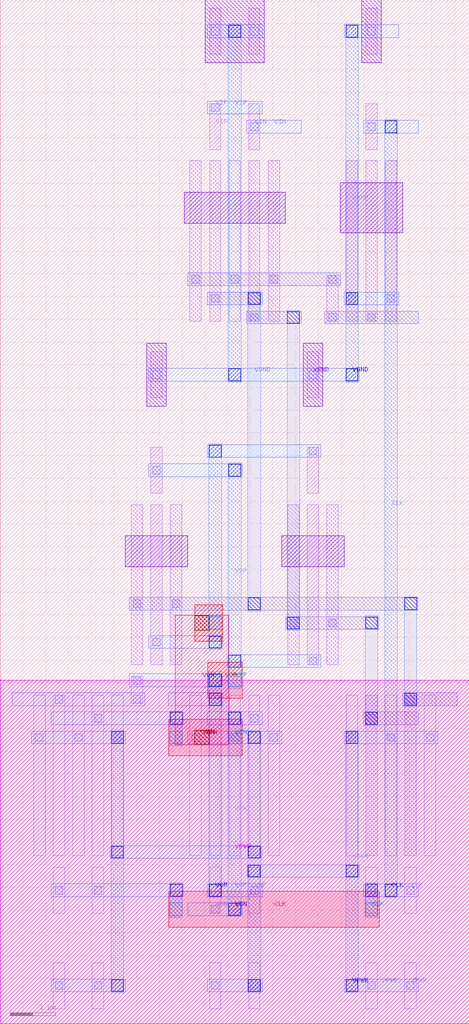
<source format=lef>
VERSION 5.7 ;
  NOWIREEXTENSIONATPIN ON ;
  DIVIDERCHAR "/" ;
  BUSBITCHARS "[]" ;
MACRO CCP_PMOS_58853955_X1_Y1_1653158392
  CLASS BLOCK ;
  FOREIGN CCP_PMOS_58853955_X1_Y1_1653158392 ;
  ORIGIN 0.000 0.000 ;
  SIZE 3.440 BY 7.560 ;
  OBS
      LAYER nwell ;
        RECT 0.000 0.000 3.440 7.560 ;
      LAYER li1 ;
        RECT 1.165 6.215 1.415 7.225 ;
        RECT 2.025 6.215 2.275 7.225 ;
        RECT 1.165 4.115 1.415 5.125 ;
        RECT 2.025 4.115 2.275 5.125 ;
        RECT 0.735 0.335 0.985 3.865 ;
        RECT 1.165 0.335 1.415 3.865 ;
        RECT 1.595 0.335 1.845 3.865 ;
        RECT 2.025 0.335 2.275 3.865 ;
        RECT 2.455 0.335 2.705 3.865 ;
      LAYER mcon ;
        RECT 1.205 6.635 1.375 6.805 ;
        RECT 2.065 6.635 2.235 6.805 ;
        RECT 1.205 4.955 1.375 5.125 ;
        RECT 2.065 4.535 2.235 4.705 ;
        RECT 0.775 1.175 0.945 1.345 ;
        RECT 1.205 0.335 1.375 0.505 ;
        RECT 1.635 1.175 1.805 1.345 ;
        RECT 2.065 0.755 2.235 0.925 ;
        RECT 2.495 1.175 2.665 1.345 ;
      LAYER met1 ;
        RECT 1.120 6.580 2.320 6.860 ;
        RECT 0.690 4.900 1.890 5.180 ;
        RECT 1.120 4.480 2.320 4.760 ;
        RECT 0.690 1.120 2.750 1.400 ;
        RECT 1.120 0.700 2.320 0.980 ;
        RECT 0.260 0.280 1.460 0.560 ;
      LAYER via ;
        RECT 2.020 6.590 2.280 6.850 ;
        RECT 1.590 4.910 1.850 5.170 ;
        RECT 1.160 4.490 1.420 4.750 ;
        RECT 2.020 1.130 2.280 1.390 ;
        RECT 1.590 0.710 1.850 0.970 ;
        RECT 1.160 0.290 1.420 0.550 ;
      LAYER met2 ;
        RECT 1.150 0.260 1.430 4.780 ;
        RECT 1.580 0.680 1.860 5.200 ;
        RECT 2.010 1.100 2.290 6.880 ;
  END
END CCP_PMOS_58853955_X1_Y1_1653158392
MACRO CMC_PMOS_23131506_X1_Y1_1653158394
  CLASS BLOCK ;
  FOREIGN CMC_PMOS_23131506_X1_Y1_1653158394 ;
  ORIGIN 0.000 0.000 ;
  SIZE 3.440 BY 7.560 ;
  OBS
      LAYER nwell ;
        RECT 0.000 0.000 3.440 7.560 ;
      LAYER li1 ;
        RECT 1.165 6.215 1.415 7.225 ;
        RECT 2.025 6.215 2.275 7.225 ;
        RECT 1.165 4.115 1.415 5.125 ;
        RECT 2.025 4.115 2.275 5.125 ;
        RECT 0.735 0.335 0.985 3.865 ;
        RECT 1.165 0.335 1.415 3.865 ;
        RECT 1.595 0.335 1.845 3.865 ;
        RECT 2.025 0.335 2.275 3.865 ;
        RECT 2.455 0.335 2.705 3.865 ;
      LAYER mcon ;
        RECT 1.205 6.635 1.375 6.805 ;
        RECT 2.065 6.635 2.235 6.805 ;
        RECT 1.205 4.535 1.375 4.705 ;
        RECT 2.065 4.535 2.235 4.705 ;
        RECT 0.775 1.175 0.945 1.345 ;
        RECT 1.205 0.335 1.375 0.505 ;
        RECT 1.635 1.175 1.805 1.345 ;
        RECT 2.065 0.755 2.235 0.925 ;
        RECT 2.495 1.175 2.665 1.345 ;
      LAYER met1 ;
        RECT 1.120 6.580 2.750 6.860 ;
        RECT 1.120 4.480 2.320 4.760 ;
        RECT 0.690 1.120 2.750 1.400 ;
        RECT 1.120 0.700 2.320 0.980 ;
        RECT 0.260 0.280 1.460 0.560 ;
      LAYER via ;
        RECT 2.450 6.590 2.710 6.850 ;
        RECT 2.450 1.130 2.710 1.390 ;
      LAYER met2 ;
        RECT 2.440 1.100 2.720 6.880 ;
  END
END CMC_PMOS_23131506_X1_Y1_1653158394
MACRO CCP_S_NMOS_B_5782581_X1_Y1_1653158393
  CLASS BLOCK ;
  FOREIGN CCP_S_NMOS_B_5782581_X1_Y1_1653158393 ;
  ORIGIN -0.605 -0.260 ;
  SIZE 4.810 BY 7.150 ;
  OBS
      LAYER pwell ;
        RECT 1.075 6.030 1.505 7.410 ;
        RECT 4.515 6.030 4.945 7.410 ;
        RECT 0.605 2.495 1.975 3.175 ;
        RECT 4.045 2.495 5.415 3.175 ;
      LAYER li1 ;
        RECT 1.165 6.215 1.415 7.225 ;
        RECT 4.605 6.215 4.855 7.225 ;
        RECT 1.165 4.115 1.415 5.125 ;
        RECT 4.605 4.115 4.855 5.125 ;
        RECT 0.735 0.335 0.985 3.865 ;
        RECT 1.165 0.335 1.415 3.865 ;
        RECT 1.595 0.335 1.845 3.865 ;
        RECT 4.175 0.335 4.425 3.865 ;
        RECT 4.605 0.335 4.855 3.865 ;
        RECT 5.035 0.335 5.285 3.865 ;
      LAYER mcon ;
        RECT 1.205 6.635 1.375 6.805 ;
        RECT 4.645 6.635 4.815 6.805 ;
        RECT 1.205 4.955 1.375 5.125 ;
        RECT 4.645 4.535 4.815 4.705 ;
        RECT 0.775 1.175 0.945 1.345 ;
        RECT 1.205 0.335 1.375 0.505 ;
        RECT 1.635 1.175 1.805 1.345 ;
        RECT 4.215 1.595 4.385 1.765 ;
        RECT 4.645 0.755 4.815 0.925 ;
        RECT 5.075 1.595 5.245 1.765 ;
      LAYER met1 ;
        RECT 1.120 6.580 4.900 6.860 ;
        RECT 1.120 4.900 3.610 5.180 ;
        RECT 2.840 4.480 4.900 4.760 ;
        RECT 4.130 1.540 5.330 1.820 ;
        RECT 0.690 1.120 1.890 1.400 ;
        RECT 3.270 0.700 4.900 0.980 ;
        RECT 1.120 0.280 3.180 0.560 ;
      LAYER via ;
        RECT 3.310 4.910 3.570 5.170 ;
        RECT 2.880 4.490 3.140 4.750 ;
        RECT 3.310 0.710 3.570 0.970 ;
        RECT 2.880 0.290 3.140 0.550 ;
      LAYER met2 ;
        RECT 2.870 0.260 3.150 4.780 ;
        RECT 3.300 0.680 3.580 5.200 ;
  END
END CCP_S_NMOS_B_5782581_X1_Y1_1653158393
MACRO DP_NMOS_B_93310865_X1_Y1_1653158395
  CLASS BLOCK ;
  FOREIGN DP_NMOS_B_93310865_X1_Y1_1653158395 ;
  ORIGIN -0.260 -0.280 ;
  SIZE 2.575 BY 7.130 ;
  OBS
      LAYER pwell ;
        RECT 1.075 6.030 2.365 7.410 ;
        RECT 0.605 2.495 2.835 3.175 ;
      LAYER li1 ;
        RECT 1.165 6.215 1.415 7.225 ;
        RECT 2.025 6.215 2.275 7.225 ;
        RECT 1.165 4.115 1.415 5.125 ;
        RECT 2.025 4.115 2.275 5.125 ;
        RECT 0.735 0.335 0.985 3.865 ;
        RECT 1.165 0.335 1.415 3.865 ;
        RECT 1.595 0.335 1.845 3.865 ;
        RECT 2.025 0.335 2.275 3.865 ;
        RECT 2.455 0.335 2.705 3.865 ;
      LAYER mcon ;
        RECT 1.205 6.635 1.375 6.805 ;
        RECT 2.065 6.635 2.235 6.805 ;
        RECT 1.205 4.535 1.375 4.705 ;
        RECT 2.065 4.955 2.235 5.125 ;
        RECT 0.775 1.175 0.945 1.345 ;
        RECT 1.205 0.335 1.375 0.505 ;
        RECT 1.635 1.175 1.805 1.345 ;
        RECT 2.065 0.755 2.235 0.925 ;
        RECT 2.495 1.175 2.665 1.345 ;
      LAYER met1 ;
        RECT 1.120 6.580 2.320 6.860 ;
        RECT 1.120 4.900 2.320 5.180 ;
        RECT 0.260 4.480 1.460 4.760 ;
        RECT 0.690 1.120 2.750 1.400 ;
        RECT 1.120 0.700 2.320 0.980 ;
        RECT 0.260 0.280 1.460 0.560 ;
  END
END DP_NMOS_B_93310865_X1_Y1_1653158395
MACRO NMOS_S_93862694_X1_Y1_1653158396
  CLASS BLOCK ;
  FOREIGN NMOS_S_93862694_X1_Y1_1653158396 ;
  ORIGIN -0.260 -0.280 ;
  SIZE 1.715 BY 7.130 ;
  OBS
      LAYER pwell ;
        RECT 1.075 6.030 1.505 7.410 ;
        RECT 0.605 2.285 1.975 3.385 ;
      LAYER li1 ;
        RECT 1.165 6.215 1.415 7.225 ;
        RECT 1.165 4.115 1.415 5.125 ;
        RECT 0.735 0.335 0.985 3.865 ;
        RECT 1.165 0.335 1.415 3.865 ;
        RECT 1.595 0.335 1.845 3.865 ;
      LAYER mcon ;
        RECT 1.205 6.635 1.375 6.805 ;
        RECT 1.205 4.535 1.375 4.705 ;
        RECT 0.775 0.755 0.945 0.925 ;
        RECT 1.205 0.335 1.375 0.505 ;
        RECT 1.635 0.755 1.805 0.925 ;
      LAYER met1 ;
        RECT 0.690 6.580 1.890 6.860 ;
        RECT 0.260 4.480 1.460 4.760 ;
        RECT 0.690 0.700 1.890 0.980 ;
        RECT 0.260 0.280 1.460 0.560 ;
      LAYER via ;
        RECT 1.590 6.590 1.850 6.850 ;
        RECT 1.590 0.710 1.850 0.970 ;
      LAYER met2 ;
        RECT 1.580 0.680 1.860 6.880 ;
  END
END NMOS_S_93862694_X1_Y1_1653158396
MACRO DCDC_COMP
  CLASS BLOCK ;
  FOREIGN DCDC_COMP ;
  ORIGIN 0.000 0.000 ;
  SIZE 10.320 BY 22.530 ;
  PIN VOP
    ANTENNAGATEAREA 0.252000 ;
    ANTENNADIFFAREA 0.352800 ;
    PORT
      LAYER li1 ;
        RECT 3.315 11.675 3.565 12.685 ;
        RECT 6.755 7.895 7.005 11.425 ;
        RECT 1.165 3.695 1.415 7.225 ;
        RECT 2.885 7.055 3.135 7.645 ;
        RECT 4.605 3.695 4.855 7.225 ;
        RECT 5.465 2.435 5.715 3.445 ;
      LAYER mcon ;
        RECT 3.355 12.095 3.525 12.265 ;
        RECT 6.795 7.895 6.965 8.065 ;
        RECT 2.925 7.475 3.095 7.645 ;
        RECT 1.205 7.055 1.375 7.225 ;
        RECT 2.925 7.055 3.095 7.225 ;
        RECT 4.645 7.055 4.815 7.225 ;
        RECT 5.505 2.855 5.675 3.025 ;
      LAYER met1 ;
        RECT 3.270 12.040 5.330 12.320 ;
        RECT 4.990 7.840 7.050 8.120 ;
        RECT 2.840 7.420 4.890 7.700 ;
        RECT 0.260 7.000 3.180 7.280 ;
        RECT 3.700 7.000 4.900 7.280 ;
        RECT 4.560 2.800 5.760 3.080 ;
      LAYER via ;
        RECT 5.030 12.050 5.290 12.310 ;
        RECT 5.030 7.850 5.290 8.110 ;
        RECT 4.600 7.430 4.860 7.690 ;
        RECT 4.600 7.010 4.860 7.270 ;
        RECT 4.600 2.810 4.860 3.070 ;
      LAYER met2 ;
        RECT 4.590 2.780 4.870 7.745 ;
        RECT 5.020 7.375 5.300 12.340 ;
      LAYER via2 ;
        RECT 4.590 7.420 4.870 7.700 ;
        RECT 5.020 7.420 5.300 7.700 ;
      LAYER met3 ;
        RECT 4.565 7.160 5.325 7.960 ;
    END
  END VOP
  PIN VON
    ANTENNAGATEAREA 0.252000 ;
    ANTENNADIFFAREA 0.352800 ;
    PORT
      LAYER li1 ;
        RECT 6.755 11.675 7.005 12.685 ;
        RECT 3.315 7.895 3.565 11.425 ;
        RECT 2.025 3.695 2.275 7.225 ;
        RECT 5.465 3.695 5.715 7.225 ;
        RECT 4.605 2.435 4.855 3.445 ;
      LAYER mcon ;
        RECT 6.795 12.515 6.965 12.685 ;
        RECT 3.355 8.315 3.525 8.485 ;
        RECT 2.065 6.635 2.235 6.805 ;
        RECT 5.505 6.635 5.675 6.805 ;
        RECT 4.645 2.435 4.815 2.605 ;
      LAYER met1 ;
        RECT 4.560 12.460 7.050 12.740 ;
        RECT 3.270 8.260 4.900 8.540 ;
        RECT 1.120 6.580 4.030 6.860 ;
        RECT 4.560 6.580 5.760 6.860 ;
        RECT 4.130 2.380 5.330 2.660 ;
      LAYER via ;
        RECT 4.600 12.470 4.860 12.730 ;
        RECT 4.600 8.270 4.860 8.530 ;
        RECT 3.740 6.590 4.000 6.850 ;
        RECT 5.030 6.590 5.290 6.850 ;
        RECT 5.030 2.390 5.290 2.650 ;
      LAYER met2 ;
        RECT 4.590 8.240 4.870 12.760 ;
        RECT 3.730 6.115 4.010 6.880 ;
        RECT 5.020 2.360 5.300 6.880 ;
      LAYER via2 ;
        RECT 4.590 8.680 4.870 8.960 ;
        RECT 3.730 6.160 4.010 6.440 ;
        RECT 5.020 6.160 5.300 6.440 ;
      LAYER met3 ;
        RECT 4.275 8.420 4.895 9.220 ;
        RECT 3.705 5.900 5.325 6.700 ;
      LAYER via3 ;
        RECT 4.280 8.660 4.600 8.980 ;
        RECT 4.280 6.140 4.600 6.460 ;
      LAYER met4 ;
        RECT 3.850 6.135 5.030 8.985 ;
    END
  END VON
  PIN VPWR
    USE POWER ;
    PORT
      LAYER nwell ;
        RECT 0.000 0.000 10.320 7.560 ;
      LAYER li1 ;
        RECT 0.735 3.695 0.985 7.225 ;
        RECT 1.595 3.695 1.845 7.225 ;
        RECT 2.455 3.695 2.705 7.225 ;
        RECT 4.175 3.695 4.425 7.225 ;
        RECT 5.035 3.695 5.285 7.225 ;
        RECT 5.895 3.695 6.145 7.225 ;
        RECT 7.615 3.695 7.865 7.225 ;
        RECT 8.475 3.695 8.725 7.225 ;
        RECT 9.335 3.695 9.585 7.225 ;
        RECT 1.165 0.335 1.415 1.345 ;
        RECT 2.025 0.335 2.275 1.345 ;
        RECT 4.605 0.335 4.855 1.345 ;
        RECT 5.465 0.335 5.715 1.345 ;
        RECT 8.045 0.335 8.295 1.345 ;
        RECT 8.905 0.335 9.155 1.345 ;
      LAYER mcon ;
        RECT 0.775 6.215 0.945 6.385 ;
        RECT 1.635 6.215 1.805 6.385 ;
        RECT 2.495 6.215 2.665 6.385 ;
        RECT 4.215 6.215 4.385 6.385 ;
        RECT 5.075 6.215 5.245 6.385 ;
        RECT 5.935 6.215 6.105 6.385 ;
        RECT 7.655 6.215 7.825 6.385 ;
        RECT 8.515 6.215 8.685 6.385 ;
        RECT 9.375 6.215 9.545 6.385 ;
        RECT 1.205 0.755 1.375 0.925 ;
        RECT 2.065 0.755 2.235 0.925 ;
        RECT 4.645 0.755 4.815 0.925 ;
        RECT 5.505 0.755 5.675 0.925 ;
        RECT 8.085 0.755 8.255 0.925 ;
        RECT 8.945 0.755 9.115 0.925 ;
      LAYER met1 ;
        RECT 0.690 6.160 2.750 6.440 ;
        RECT 4.130 6.160 6.190 6.440 ;
        RECT 7.570 6.160 9.630 6.440 ;
        RECT 2.420 3.640 5.750 3.920 ;
        RECT 5.430 3.220 7.900 3.500 ;
        RECT 1.120 0.700 2.750 0.980 ;
        RECT 4.560 0.700 5.760 0.980 ;
        RECT 7.570 0.700 9.200 0.980 ;
      LAYER via ;
        RECT 2.450 6.170 2.710 6.430 ;
        RECT 5.460 6.170 5.720 6.430 ;
        RECT 7.610 6.170 7.870 6.430 ;
        RECT 2.450 3.650 2.710 3.910 ;
        RECT 5.460 3.650 5.720 3.910 ;
        RECT 5.460 3.230 5.720 3.490 ;
        RECT 7.610 3.230 7.870 3.490 ;
        RECT 2.450 0.710 2.710 0.970 ;
        RECT 5.460 0.710 5.720 0.970 ;
        RECT 7.610 0.710 7.870 0.970 ;
      LAYER met2 ;
        RECT 2.440 0.680 2.720 6.460 ;
        RECT 5.450 0.680 5.730 6.460 ;
        RECT 7.600 0.680 7.880 6.460 ;
    END
  END VPWR
  PIN CLK
    ANTENNAGATEAREA 0.756000 ;
    PORT
      LAYER li1 ;
        RECT 8.045 19.235 8.295 20.245 ;
        RECT 1.165 2.435 1.415 3.445 ;
        RECT 2.025 2.435 2.275 3.445 ;
        RECT 8.045 2.435 8.295 3.445 ;
        RECT 8.905 2.435 9.155 3.445 ;
      LAYER mcon ;
        RECT 8.085 19.655 8.255 19.825 ;
        RECT 1.205 2.855 1.375 3.025 ;
        RECT 2.065 2.855 2.235 3.025 ;
        RECT 8.085 2.855 8.255 3.025 ;
        RECT 8.945 2.855 9.115 3.025 ;
      LAYER met1 ;
        RECT 8.000 19.600 9.200 19.880 ;
        RECT 1.120 2.800 4.030 3.080 ;
        RECT 8.000 2.800 9.200 3.080 ;
      LAYER via ;
        RECT 8.470 19.610 8.730 19.870 ;
        RECT 3.740 2.810 4.000 3.070 ;
        RECT 8.040 2.810 8.300 3.070 ;
        RECT 8.470 2.810 8.730 3.070 ;
      LAYER met2 ;
        RECT 3.730 2.335 4.010 3.100 ;
        RECT 8.030 2.335 8.310 3.100 ;
        RECT 8.460 2.780 8.740 19.900 ;
      LAYER via2 ;
        RECT 3.730 2.380 4.010 2.660 ;
        RECT 8.030 2.380 8.310 2.660 ;
      LAYER met3 ;
        RECT 3.705 2.120 8.335 2.920 ;
    END
  END CLK
  PIN VGND
    USE GROUND ;
    PORT
      LAYER pwell ;
        RECT 4.515 21.150 5.805 22.530 ;
        RECT 7.955 21.150 8.385 22.530 ;
        RECT 3.225 13.590 3.655 14.970 ;
        RECT 6.665 13.590 7.095 14.970 ;
      LAYER li1 ;
        RECT 4.605 21.335 4.855 22.345 ;
        RECT 5.465 21.335 5.715 22.345 ;
        RECT 8.045 21.335 8.295 22.345 ;
        RECT 7.615 15.455 7.865 18.985 ;
        RECT 8.475 15.455 8.725 18.985 ;
        RECT 3.315 13.775 3.565 14.785 ;
        RECT 6.755 13.775 7.005 14.785 ;
      LAYER mcon ;
        RECT 4.645 21.755 4.815 21.925 ;
        RECT 5.505 21.755 5.675 21.925 ;
        RECT 8.085 21.755 8.255 21.925 ;
        RECT 7.655 15.875 7.825 16.045 ;
        RECT 8.515 15.875 8.685 16.045 ;
        RECT 3.355 14.195 3.525 14.365 ;
        RECT 6.795 14.195 6.965 14.365 ;
      LAYER met1 ;
        RECT 4.560 21.700 5.760 21.980 ;
        RECT 7.570 21.700 8.770 21.980 ;
        RECT 7.570 15.820 8.770 16.100 ;
        RECT 3.270 14.140 7.900 14.420 ;
      LAYER via ;
        RECT 5.030 21.710 5.290 21.970 ;
        RECT 7.610 21.710 7.870 21.970 ;
        RECT 7.610 15.830 7.870 16.090 ;
        RECT 5.030 14.150 5.290 14.410 ;
        RECT 7.610 14.150 7.870 14.410 ;
      LAYER met2 ;
        RECT 5.020 14.120 5.300 22.000 ;
        RECT 7.600 14.120 7.880 22.000 ;
    END
  END VGND
  PIN VIN
    ANTENNAGATEAREA 0.126000 ;
    PORT
      LAYER li1 ;
        RECT 5.465 19.235 5.715 20.245 ;
      LAYER mcon ;
        RECT 5.505 19.655 5.675 19.825 ;
      LAYER met1 ;
        RECT 5.420 19.600 6.620 19.880 ;
    END
  END VIN
  PIN VIP
    ANTENNAGATEAREA 0.126000 ;
    PORT
      LAYER li1 ;
        RECT 4.605 19.235 4.855 20.245 ;
      LAYER mcon ;
        RECT 4.645 20.075 4.815 20.245 ;
      LAYER met1 ;
        RECT 4.560 20.020 5.760 20.300 ;
    END
  END VIP
  OBS
      LAYER pwell ;
        RECT 4.045 17.615 6.275 18.295 ;
        RECT 7.485 17.405 8.855 18.505 ;
        RECT 2.755 10.055 4.125 10.735 ;
        RECT 6.195 10.055 7.565 10.735 ;
      LAYER li1 ;
        RECT 4.175 15.455 4.425 18.985 ;
        RECT 4.605 15.455 4.855 18.985 ;
        RECT 5.035 15.455 5.285 18.985 ;
        RECT 5.465 15.455 5.715 18.985 ;
        RECT 5.895 15.455 6.145 18.985 ;
        RECT 7.185 15.455 7.435 16.465 ;
        RECT 8.045 15.455 8.295 18.985 ;
        RECT 2.885 7.895 3.135 11.425 ;
        RECT 3.745 7.895 3.995 11.425 ;
        RECT 6.325 7.895 6.575 11.425 ;
        RECT 7.185 7.895 7.435 11.425 ;
        RECT 8.045 3.695 8.295 7.225 ;
        RECT 8.905 3.695 9.155 7.225 ;
      LAYER mcon ;
        RECT 4.215 16.295 4.385 16.465 ;
        RECT 4.645 15.875 4.815 16.045 ;
        RECT 5.075 16.295 5.245 16.465 ;
        RECT 5.505 15.455 5.675 15.625 ;
        RECT 5.935 16.295 6.105 16.465 ;
        RECT 7.225 16.295 7.395 16.465 ;
        RECT 7.225 15.455 7.395 15.625 ;
        RECT 8.085 15.455 8.255 15.625 ;
        RECT 2.925 9.155 3.095 9.325 ;
        RECT 3.785 9.155 3.955 9.325 ;
        RECT 6.365 8.735 6.535 8.905 ;
        RECT 7.225 8.735 7.395 8.905 ;
        RECT 8.085 6.635 8.255 6.805 ;
        RECT 8.945 7.055 9.115 7.225 ;
      LAYER met1 ;
        RECT 4.130 16.240 7.480 16.520 ;
        RECT 4.560 15.820 5.760 16.100 ;
        RECT 5.420 15.400 6.620 15.680 ;
        RECT 7.140 15.400 9.200 15.680 ;
        RECT 2.840 9.100 9.190 9.380 ;
        RECT 6.280 8.680 8.330 8.960 ;
        RECT 8.860 7.000 10.060 7.280 ;
        RECT 8.000 6.580 9.200 6.860 ;
      LAYER via ;
        RECT 5.460 15.830 5.720 16.090 ;
        RECT 6.320 15.410 6.580 15.670 ;
        RECT 5.460 9.110 5.720 9.370 ;
        RECT 8.900 9.110 9.160 9.370 ;
        RECT 6.320 8.690 6.580 8.950 ;
        RECT 8.040 8.690 8.300 8.950 ;
        RECT 8.900 7.010 9.160 7.270 ;
        RECT 8.040 6.590 8.300 6.850 ;
      LAYER met2 ;
        RECT 5.450 9.080 5.730 16.120 ;
        RECT 6.310 8.660 6.590 15.700 ;
        RECT 8.030 6.560 8.310 8.980 ;
        RECT 8.890 6.980 9.170 9.400 ;
  END
END DCDC_COMP
END LIBRARY

</source>
